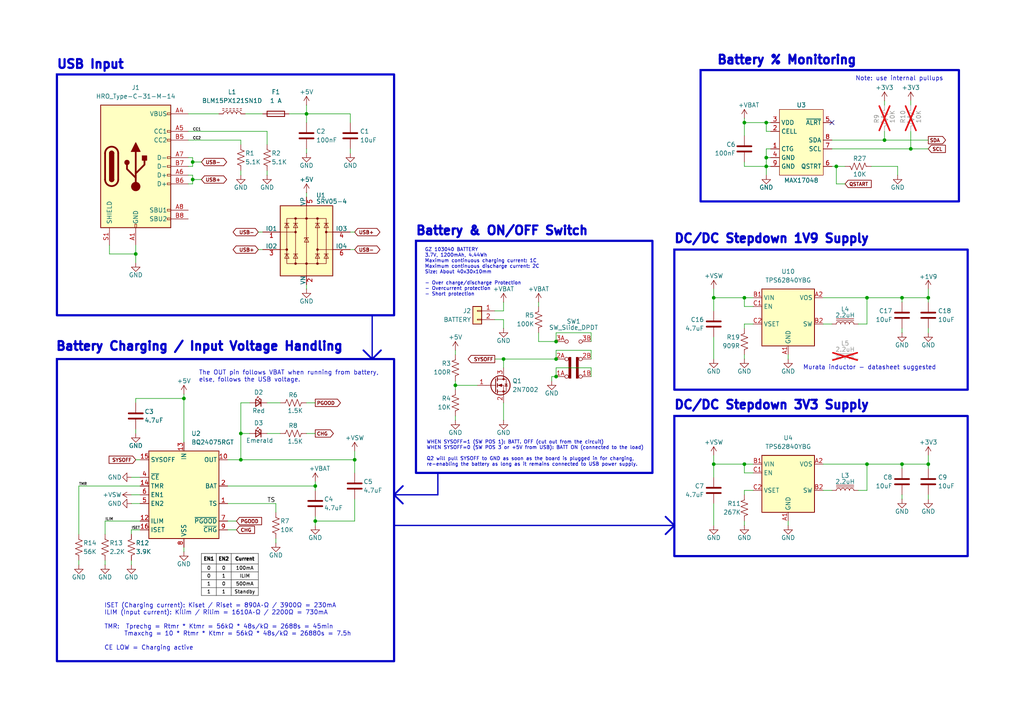
<source format=kicad_sch>
(kicad_sch (version 20250114) (generator "eeschema") (generator_version "9.0")
  (paper "A4")
  (title_block (title "Cenere Mouse") (rev "1") (company "Triungulo Lab"))
  (rectangle (start 195.58 120.65) (end 280.67 161.29) (stroke (width 0.635)))
  (rectangle (start 16.51 21.59) (end 114.3 91.44) (stroke (width 0.635)))
  (rectangle (start 16.51 104.14) (end 114.3 191.77) (stroke (width 0.635)))
  (rectangle (start 203.2 20.32) (end 278.13 58.42) (stroke (width 0.635)))
  (rectangle (start 195.58 72.39) (end 280.67 113.03) (stroke (width 0.635)))
  (rectangle (start 120.65 69.85) (end 189.23 137.16) (stroke (width 0.635)))
  (text "Note: use internal pullups\n" (at 260.858 22.86 0) (effects (font (size 1.27 1.27))))
  (text "The OUT pin follows VBAT when running from battery,\nelse, follows the USB voltage." (at 57.658 109.22 0) (effects (font (size 1.27 1.27)) (justify left)))
  (text "USB Input" (at 16.256 18.796 0) (effects (font (size 2.54 2.54) (thickness 1.016) (bold yes)) (justify left)))
  (text "GZ 103040 BATTERY\n3.7V, 1200mAh, 4.44Wh\nMaximum continuous charging current: 1C\nMaximum continuous discharge current: 2C\nSize: About 40x30x10mm\n\n- Over charge/discharge Protection\n- Overcurrent protection\n- Short protection" (at 123.19 78.994 0) (effects (font (size 1 1)) (justify left)))
  (text "DC/DC Stepdown 1V9 Supply" (at 195.326 69.342 0) (effects (font (size 2.54 2.54) (thickness 1.016) (bold yes)) (justify left)))
  (text "WHEN SYSOFF=1 (SW POS 1): BATT. OFF (cut out from the circuit)\nWHEN SYSOFF=0 (SW POS 3 or +5V from USB): BATT ON (connected to the load)\n\nQ2 will pull SYSOFF to GND as soon as the board is plugged in for charging, \nre-enabling the battery as long as it remains connected to USB power supply." (at 123.698 131.572 0) (effects (font (size 1 1)) (justify left)))
  (text "Battery % Monitoring" (at 207.772 17.526 0) (effects (font (size 2.54 2.54) (thickness 1.016) (bold yes)) (justify left)))
  (text "Murata inductor - datasheet suggested" (at 252.222 106.68 0) (effects (font (size 1.27 1.27))))
  (text "Battery Charging / Input Voltage Handling" (at 16.002 100.584 0) (effects (font (size 2.54 2.54) (thickness 1.016) (bold yes)) (justify left)))
  (text "DC/DC Stepdown 3V3 Supply" (at 195.326 117.602 0) (effects (font (size 2.54 2.54) (thickness 1.016) (bold yes)) (justify left)))
  (text "Battery & ON/OFF Switch" (at 120.396 67.056 0) (effects (font (size 2.54 2.54) (thickness 1.016) (bold yes)) (justify left)))
  (text "ISET (Charging current): Kiset / Riset = 890A·Ω / 3900Ω = 230mA\nILIM (Input current): Kilim / Rilim = 1610A·Ω / 2200Ω = 730mA\n\nTMR:  Tprechg = Rtmr * Ktmr = 56kΩ * 48s/kΩ = 2688s = 45min\n	 Tmaxchg = 10 * Rtmr * Ktmr = 56kΩ * 48s/kΩ = 26880s = 7.5h\n\nCE LOW = Charging active" (at 30.226 181.864 0) (effects (font (size 1.27 1.27)) (justify left)))
  (junction (at 256.54 40.64))
  (junction (at 269.24 86.36))
  (junction (at 39.37 73.66))
  (junction (at 91.44 140.97))
  (junction (at 207.01 86.36))
  (junction (at 69.85 125.73))
  (junction (at 222.25 45.72))
  (junction (at 132.08 111.76))
  (junction (at 222.25 35.56))
  (junction (at 53.34 115.57))
  (junction (at 161.29 109.22))
  (junction (at 264.16 43.18))
  (junction (at 91.44 151.13))
  (junction (at 269.24 134.62))
  (junction (at 161.29 104.14))
  (junction (at 242.57 48.26))
  (junction (at 251.46 134.62))
  (junction (at 251.46 86.36))
  (junction (at 207.01 134.62))
  (junction (at 102.87 133.35))
  (junction (at 146.05 104.14))
  (junction (at 55.88 46.99))
  (junction (at 215.9 86.36))
  (junction (at 261.62 86.36))
  (junction (at 261.62 134.62))
  (junction (at 55.88 52.07))
  (junction (at 69.85 133.35))
  (junction (at 215.9 35.56))
  (junction (at 88.9 33.02))
  (junction (at 161.29 99.06))
  (junction (at 222.25 48.26))
  (junction (at 215.9 134.62))
  (no_connect (at 241.3 35.56))
  (polyline (pts (xy 114.3 143.51) (xy 127 143.51)) (stroke (width 0.381)))
  (wire (pts (xy 102.87 130.81) (xy 102.87 133.35)))
  (wire (pts (xy 161.29 106.68) (xy 171.45 106.68)))
  (wire (pts (xy 22.86 162.56) (xy 22.86 163.83)))
  (wire (pts (xy 143.51 90.17) (xy 146.05 90.17)))
  (wire (pts (xy 215.9 142.24) (xy 218.44 142.24)))
  (polyline (pts (xy 107.95 91.44) (xy 107.95 104.14)) (stroke (width 0.381)))
  (wire (pts (xy 207.01 134.62) (xy 215.9 134.62)))
  (wire (pts (xy 77.47 49.53) (xy 77.47 50.8)))
  (wire (pts (xy 223.52 35.56) (xy 222.25 35.56)))
  (wire (pts (xy 215.9 143.51) (xy 215.9 142.24)))
  (polyline (pts (xy 127 137.16) (xy 127 143.51)) (stroke (width 0.381)))
  (wire (pts (xy 88.9 116.84) (xy 91.44 116.84)))
  (wire (pts (xy 83.82 33.02) (xy 88.9 33.02)))
  (wire (pts (xy 38.1 154.94) (xy 38.1 153.67)))
  (wire (pts (xy 245.11 53.34) (xy 242.57 53.34)))
  (wire (pts (xy 39.37 124.46) (xy 39.37 125.73)))
  (polyline (pts (xy 114.3 143.51) (xy 116.84 140.97)) (stroke (width 0.508)))
  (wire (pts (xy 91.44 140.97) (xy 91.44 142.24)))
  (wire (pts (xy 22.86 154.94) (xy 22.86 140.97)))
  (polyline (pts (xy 193.04 149.86) (xy 195.58 152.4)) (stroke (width 0.508) (type solid)))
  (wire (pts (xy 215.9 48.26) (xy 215.9 46.99)))
  (wire (pts (xy 39.37 73.66) (xy 39.37 76.2)))
  (wire (pts (xy 256.54 38.1) (xy 256.54 40.64)))
  (wire (pts (xy 241.3 48.26) (xy 242.57 48.26)))
  (wire (pts (xy 55.88 46.99) (xy 58.42 46.99)))
  (wire (pts (xy 88.9 82.55) (xy 88.9 83.82)))
  (wire (pts (xy 222.25 43.18) (xy 222.25 45.72)))
  (wire (pts (xy 88.9 55.88) (xy 88.9 57.15)))
  (wire (pts (xy 88.9 33.02) (xy 88.9 35.56)))
  (wire (pts (xy 77.47 38.1) (xy 54.61 38.1)))
  (wire (pts (xy 222.25 45.72) (xy 223.52 45.72)))
  (polyline (pts (xy 114.3 152.4) (xy 195.58 152.4)) (stroke (width 0.381) (type solid)))
  (wire (pts (xy 215.9 35.56) (xy 215.9 39.37)))
  (wire (pts (xy 69.85 116.84) (xy 72.39 116.84)))
  (wire (pts (xy 261.62 134.62) (xy 269.24 134.62)))
  (wire (pts (xy 161.29 99.06) (xy 161.29 96.52)))
  (wire (pts (xy 260.35 50.8) (xy 260.35 48.26)))
  (wire (pts (xy 39.37 71.12) (xy 39.37 73.66)))
  (wire (pts (xy 88.9 43.18) (xy 88.9 44.45)))
  (wire (pts (xy 222.25 45.72) (xy 222.25 48.26)))
  (wire (pts (xy 30.48 151.13) (xy 40.64 151.13)))
  (wire (pts (xy 69.85 40.64) (xy 69.85 41.91)))
  (wire (pts (xy 218.44 137.16) (xy 215.9 137.16)))
  (wire (pts (xy 215.9 86.36) (xy 218.44 86.36)))
  (polyline (pts (xy 105.41 101.6) (xy 107.95 104.14)) (stroke (width 0.508)))
  (wire (pts (xy 55.88 46.99) (xy 55.88 48.26)))
  (wire (pts (xy 238.76 86.36) (xy 251.46 86.36)))
  (wire (pts (xy 102.87 67.31) (xy 101.6 67.31)))
  (wire (pts (xy 261.62 86.36) (xy 269.24 86.36)))
  (wire (pts (xy 207.01 90.17) (xy 207.01 86.36)))
  (wire (pts (xy 54.61 48.26) (xy 55.88 48.26)))
  (wire (pts (xy 88.9 125.73) (xy 91.44 125.73)))
  (wire (pts (xy 91.44 151.13) (xy 91.44 152.4)))
  (wire (pts (xy 156.21 99.06) (xy 161.29 99.06)))
  (wire (pts (xy 55.88 45.72) (xy 55.88 46.99)))
  (wire (pts (xy 88.9 33.02) (xy 101.6 33.02)))
  (wire (pts (xy 215.9 134.62) (xy 215.9 137.16)))
  (wire (pts (xy 146.05 116.84) (xy 146.05 121.92)))
  (polyline (pts (xy 114.3 143.51) (xy 116.84 146.05)) (stroke (width 0.508)))
  (wire (pts (xy 171.45 96.52) (xy 171.45 99.06)))
  (wire (pts (xy 222.25 35.56) (xy 215.9 35.56)))
  (wire (pts (xy 71.12 33.02) (xy 76.2 33.02)))
  (wire (pts (xy 31.75 73.66) (xy 39.37 73.66)))
  (wire (pts (xy 55.88 52.07) (xy 55.88 53.34)))
  (wire (pts (xy 66.04 153.67) (xy 68.58 153.67)))
  (wire (pts (xy 53.34 114.3) (xy 53.34 115.57)))
  (wire (pts (xy 132.08 111.76) (xy 138.43 111.76)))
  (wire (pts (xy 143.51 104.14) (xy 146.05 104.14)))
  (wire (pts (xy 228.6 151.13) (xy 228.6 152.4)))
  (wire (pts (xy 53.34 115.57) (xy 53.34 128.27)))
  (wire (pts (xy 242.57 48.26) (xy 245.11 48.26)))
  (wire (pts (xy 223.52 43.18) (xy 222.25 43.18)))
  (wire (pts (xy 251.46 134.62) (xy 251.46 142.24)))
  (wire (pts (xy 132.08 120.65) (xy 132.08 121.92)))
  (wire (pts (xy 39.37 115.57) (xy 53.34 115.57)))
  (wire (pts (xy 102.87 133.35) (xy 102.87 137.16)))
  (wire (pts (xy 146.05 104.14) (xy 161.29 104.14)))
  (wire (pts (xy 252.73 48.26) (xy 260.35 48.26)))
  (wire (pts (xy 207.01 83.82) (xy 207.01 86.36)))
  (wire (pts (xy 171.45 101.6) (xy 171.45 104.14)))
  (wire (pts (xy 242.57 53.34) (xy 242.57 48.26)))
  (polyline (pts (xy 193.04 154.94) (xy 195.58 152.4)) (stroke (width 0.508) (type solid)))
  (wire (pts (xy 53.34 158.75) (xy 53.34 160.02)))
  (wire (pts (xy 146.05 92.71) (xy 146.05 95.25)))
  (wire (pts (xy 91.44 149.86) (xy 91.44 151.13)))
  (wire (pts (xy 38.1 153.67) (xy 40.64 153.67)))
  (wire (pts (xy 74.93 72.39) (xy 76.2 72.39)))
  (wire (pts (xy 80.01 146.05) (xy 66.04 146.05)))
  (wire (pts (xy 261.62 143.51) (xy 261.62 144.78)))
  (wire (pts (xy 264.16 29.21) (xy 264.16 30.48)))
  (wire (pts (xy 248.92 142.24) (xy 251.46 142.24)))
  (wire (pts (xy 261.62 95.25) (xy 261.62 96.52)))
  (wire (pts (xy 91.44 139.7) (xy 91.44 140.97)))
  (wire (pts (xy 66.04 133.35) (xy 69.85 133.35)))
  (wire (pts (xy 160.02 110.49) (xy 160.02 109.22)))
  (wire (pts (xy 101.6 35.56) (xy 101.6 33.02)))
  (wire (pts (xy 31.75 71.12) (xy 31.75 73.66)))
  (wire (pts (xy 102.87 144.78) (xy 102.87 151.13)))
  (wire (pts (xy 30.48 162.56) (xy 30.48 163.83)))
  (wire (pts (xy 222.25 35.56) (xy 222.25 38.1)))
  (polyline (pts (xy 107.95 104.14) (xy 110.49 101.6)) (stroke (width 0.508)))
  (wire (pts (xy 66.04 151.13) (xy 68.58 151.13)))
  (wire (pts (xy 69.85 125.73) (xy 69.85 133.35)))
  (wire (pts (xy 54.61 40.64) (xy 69.85 40.64)))
  (wire (pts (xy 161.29 104.14) (xy 161.29 101.6)))
  (wire (pts (xy 132.08 110.49) (xy 132.08 111.76)))
  (wire (pts (xy 55.88 52.07) (xy 58.42 52.07)))
  (wire (pts (xy 39.37 133.35) (xy 40.64 133.35)))
  (wire (pts (xy 215.9 48.26) (xy 222.25 48.26)))
  (wire (pts (xy 256.54 29.21) (xy 256.54 30.48)))
  (wire (pts (xy 241.3 43.18) (xy 264.16 43.18)))
  (wire (pts (xy 91.44 151.13) (xy 102.87 151.13)))
  (wire (pts (xy 238.76 142.24) (xy 241.3 142.24)))
  (wire (pts (xy 215.9 95.25) (xy 215.9 93.98)))
  (wire (pts (xy 69.85 125.73) (xy 72.39 125.73)))
  (wire (pts (xy 215.9 102.87) (xy 215.9 104.14)))
  (wire (pts (xy 88.9 33.02) (xy 88.9 30.48)))
  (wire (pts (xy 80.01 156.21) (xy 80.01 157.48)))
  (wire (pts (xy 215.9 134.62) (xy 218.44 134.62)))
  (wire (pts (xy 22.86 140.97) (xy 40.64 140.97)))
  (wire (pts (xy 38.1 143.51) (xy 40.64 143.51)))
  (wire (pts (xy 269.24 87.63) (xy 269.24 86.36)))
  (wire (pts (xy 264.16 43.18) (xy 269.24 43.18)))
  (wire (pts (xy 223.52 38.1) (xy 222.25 38.1)))
  (wire (pts (xy 161.29 109.22) (xy 161.29 106.68)))
  (wire (pts (xy 207.01 146.05) (xy 207.01 152.4)))
  (wire (pts (xy 215.9 34.29) (xy 215.9 35.56)))
  (wire (pts (xy 77.47 41.91) (xy 77.47 38.1)))
  (wire (pts (xy 156.21 96.52) (xy 156.21 99.06)))
  (wire (pts (xy 248.92 93.98) (xy 251.46 93.98)))
  (wire (pts (xy 207.01 97.79) (xy 207.01 104.14)))
  (wire (pts (xy 269.24 135.89) (xy 269.24 134.62)))
  (wire (pts (xy 269.24 95.25) (xy 269.24 96.52)))
  (wire (pts (xy 238.76 93.98) (xy 241.3 93.98)))
  (wire (pts (xy 207.01 132.08) (xy 207.01 134.62)))
  (wire (pts (xy 143.51 92.71) (xy 146.05 92.71)))
  (wire (pts (xy 38.1 162.56) (xy 38.1 163.83)))
  (wire (pts (xy 269.24 143.51) (xy 269.24 144.78)))
  (wire (pts (xy 228.6 102.87) (xy 228.6 104.14)))
  (wire (pts (xy 74.93 67.31) (xy 76.2 67.31)))
  (wire (pts (xy 80.01 148.59) (xy 80.01 146.05)))
  (wire (pts (xy 69.85 116.84) (xy 69.85 125.73)))
  (wire (pts (xy 218.44 88.9) (xy 215.9 88.9)))
  (wire (pts (xy 55.88 50.8) (xy 55.88 52.07)))
  (wire (pts (xy 54.61 45.72) (xy 55.88 45.72)))
  (wire (pts (xy 251.46 134.62) (xy 261.62 134.62)))
  (wire (pts (xy 156.21 87.63) (xy 156.21 88.9)))
  (wire (pts (xy 132.08 111.76) (xy 132.08 113.03)))
  (wire (pts (xy 38.1 146.05) (xy 40.64 146.05)))
  (wire (pts (xy 269.24 83.82) (xy 269.24 86.36)))
  (wire (pts (xy 269.24 132.08) (xy 269.24 134.62)))
  (wire (pts (xy 251.46 86.36) (xy 251.46 93.98)))
  (wire (pts (xy 223.52 48.26) (xy 222.25 48.26)))
  (wire (pts (xy 215.9 93.98) (xy 218.44 93.98)))
  (wire (pts (xy 207.01 138.43) (xy 207.01 134.62)))
  (wire (pts (xy 238.76 134.62) (xy 251.46 134.62)))
  (wire (pts (xy 69.85 133.35) (xy 102.87 133.35)))
  (wire (pts (xy 261.62 86.36) (xy 261.62 87.63)))
  (wire (pts (xy 161.29 96.52) (xy 171.45 96.52)))
  (wire (pts (xy 38.1 138.43) (xy 40.64 138.43)))
  (wire (pts (xy 146.05 106.68) (xy 146.05 104.14)))
  (wire (pts (xy 207.01 86.36) (xy 215.9 86.36)))
  (wire (pts (xy 54.61 53.34) (xy 55.88 53.34)))
  (wire (pts (xy 77.47 125.73) (xy 81.28 125.73)))
  (wire (pts (xy 264.16 38.1) (xy 264.16 43.18)))
  (wire (pts (xy 30.48 154.94) (xy 30.48 151.13)))
  (wire (pts (xy 261.62 134.62) (xy 261.62 135.89)))
  (wire (pts (xy 54.61 33.02) (xy 63.5 33.02)))
  (wire (pts (xy 39.37 115.57) (xy 39.37 116.84)))
  (wire (pts (xy 132.08 101.6) (xy 132.08 102.87)))
  (wire (pts (xy 160.02 109.22) (xy 161.29 109.22)))
  (wire (pts (xy 256.54 40.64) (xy 269.24 40.64)))
  (wire (pts (xy 251.46 86.36) (xy 261.62 86.36)))
  (wire (pts (xy 161.29 101.6) (xy 171.45 101.6)))
  (wire (pts (xy 102.87 72.39) (xy 101.6 72.39)))
  (wire (pts (xy 241.3 40.64) (xy 256.54 40.64)))
  (wire (pts (xy 66.04 140.97) (xy 91.44 140.97)))
  (wire (pts (xy 146.05 87.63) (xy 146.05 90.17)))
  (wire (pts (xy 77.47 116.84) (xy 81.28 116.84)))
  (wire (pts (xy 222.25 48.26) (xy 222.25 50.8)))
  (wire (pts (xy 215.9 86.36) (xy 215.9 88.9)))
  (wire (pts (xy 69.85 49.53) (xy 69.85 50.8)))
  (wire (pts (xy 101.6 43.18) (xy 101.6 44.45)))
  (wire (pts (xy 215.9 151.13) (xy 215.9 152.4)))
  (wire (pts (xy 54.61 50.8) (xy 55.88 50.8)))
  (wire (pts (xy 171.45 106.68) (xy 171.45 109.22)))
  (table (column_count 3) (border (external yes) (header yes) (stroke (width 0.3) (color 72 72 72 1))) (separators (rows yes) (cols yes) (stroke (width 0) (color 72 72 72 1))) (column_widths 4.318 4.318 7.874) (row_heights 3.048 2.286 2.286 2.286 2.286) (cells (table_cell "EN1" (at 58.42 160.528 0) (size 4.318 3.048) (margins 0.9525 0.9525 0.9525 0.9525) (span 1 1)) (table_cell "EN2" (at 62.738 160.528 0) (size 4.318 3.048) (margins 0.9525 0.9525 0.9525 0.9525) (span 1 1)) (table_cell "Current" (at 67.056 160.528 0) (size 7.874 3.048) (margins 0.9525 0.9525 0.9525 0.9525) (span 1 1)) (table_cell "0" (at 58.42 163.576 0) (size 4.318 2.286) (margins 0.9525 0.9525 0.9525 0.9525) (span 1 1)) (table_cell "0" (at 62.738 163.576 0) (size 4.318 2.286) (margins 0.9525 0.9525 0.9525 0.9525) (span 1 1)) (table_cell "100mA" (at 67.056 163.576 0) (size 7.874 2.286) (margins 0.9525 0.9525 0.9525 0.9525) (span 1 1)) (table_cell "0" (at 58.42 165.862 0) (size 4.318 2.286) (margins 0.9525 0.9525 0.9525 0.9525) (span 1 1)) (table_cell "1" (at 62.738 165.862 0) (size 4.318 2.286) (margins 0.9525 0.9525 0.9525 0.9525) (span 1 1)) (table_cell "ILIM" (at 67.056 165.862 0) (size 7.874 2.286) (margins 0.9525 0.9525 0.9525 0.9525) (span 1 1)) (table_cell "1" (at 58.42 168.148 0) (size 4.318 2.286) (margins 0.9525 0.9525 0.9525 0.9525) (span 1 1)) (table_cell "0" (at 62.738 168.148 0) (size 4.318 2.286) (margins 0.9525 0.9525 0.9525 0.9525) (span 1 1)) (table_cell "500mA" (at 67.056 168.148 0) (size 7.874 2.286) (margins 0.9525 0.9525 0.9525 0.9525) (span 1 1)) (table_cell "1" (at 58.42 170.434 0) (size 4.318 2.286) (margins 0.9525 0.9525 0.9525 0.9525) (span 1 1)) (table_cell "1" (at 62.738 170.434 0) (size 4.318 2.286) (margins 0.9525 0.9525 0.9525 0.9525) (span 1 1)) (table_cell "Standby" (at 67.056 170.434 0) (size 7.874 2.286) (margins 0.9525 0.9525 0.9525 0.9525) (span 1 1))))
  (label "ILIM" (at 30.48 151.13 0) (effects (font (size 0.762 0.762))))
  (label "CC1" (at 55.88 38.1 0) (effects (font (size 0.762 0.762))))
  (label "CC2" (at 55.88 40.64 0) (effects (font (size 0.762 0.762))))
  (label "ISET" (at 38.1 153.67 0) (effects (font (size 0.762 0.762))))
  (label "TMR" (at 22.86 140.97 0) (effects (font (size 0.762 0.762))))
  (label "TS" (at 77.47 146.05 0))
  (global_label "USB-" (shape bidirectional) (at 58.42 46.99 0) (effects (font (size 1 1) (thickness 0.2) (bold yes))) (property "Intersheetrefs" "${INTERSHEET_REFS}" (effects (hide yes))))
  (global_label "CHG" (shape output) (at 91.44 125.73 0) (effects (font (size 1 1) (thickness 0.2) (bold yes))) (property "Intersheetrefs" "${INTERSHEET_REFS}" (effects (hide yes))))
  (global_label "SDA" (shape output) (at 269.24 40.64 0) (effects (font (size 1 1) (thickness 0.2) (bold yes))) (property "Intersheetrefs" "${INTERSHEET_REFS}" (effects (hide yes))))
  (global_label "USB+" (shape bidirectional) (at 74.93 72.39 180) (effects (font (size 1 1) (thickness 0.2) (bold yes))) (property "Intersheetrefs" "${INTERSHEET_REFS}" (effects (hide yes))))
  (global_label "CHG" (shape input) (at 68.58 153.67 0) (effects (font (size 1 1) (thickness 0.2) (bold yes))) (property "Intersheetrefs" "${INTERSHEET_REFS}" (effects (hide yes))))
  (global_label "PGOOD" (shape input) (at 68.58 151.13 0) (effects (font (size 1 1) (thickness 0.2) (bold yes))) (property "Intersheetrefs" "${INTERSHEET_REFS}" (effects (hide yes))))
  (global_label "QSTART" (shape input) (at 245.11 53.34 0) (effects (font (size 1 1) (thickness 0.2) (bold yes))) (property "Intersheetrefs" "${INTERSHEET_REFS}" (effects (hide yes))))
  (global_label "USB+" (shape bidirectional) (at 58.42 52.07 0) (effects (font (size 1 1) (thickness 0.2) (bold yes))) (property "Intersheetrefs" "${INTERSHEET_REFS}" (effects (hide yes))))
  (global_label "USB-" (shape bidirectional) (at 102.87 72.39 0) (effects (font (size 1 1) (thickness 0.2) (bold yes))) (property "Intersheetrefs" "${INTERSHEET_REFS}" (effects (hide yes))))
  (global_label "USB+" (shape bidirectional) (at 102.87 67.31 0) (effects (font (size 1 1) (thickness 0.2) (bold yes))) (property "Intersheetrefs" "${INTERSHEET_REFS}" (effects (hide yes))))
  (global_label "SYSOFF" (shape input) (at 39.37 133.35 180) (effects (font (size 1 1) (thickness 0.2) (bold yes))) (property "Intersheetrefs" "${INTERSHEET_REFS}" (effects (hide yes))))
  (global_label "USB-" (shape bidirectional) (at 74.93 67.31 180) (effects (font (size 1 1) (thickness 0.2) (bold yes))) (property "Intersheetrefs" "${INTERSHEET_REFS}" (effects (hide yes))))
  (global_label "SYSOFF" (shape output) (at 143.51 104.14 180) (effects (font (size 1 1) (thickness 0.2) (bold yes))) (property "Intersheetrefs" "${INTERSHEET_REFS}" (effects (hide yes))))
  (global_label "SCL" (shape input) (at 269.24 43.18 0) (effects (font (size 1 1) (thickness 0.2) (bold yes))) (property "Intersheetrefs" "${INTERSHEET_REFS}" (effects (hide yes))))
  (global_label "PGOOD" (shape output) (at 91.44 116.84 0) (effects (font (size 1 1) (thickness 0.2) (bold yes))) (property "Intersheetrefs" "${INTERSHEET_REFS}" (effects (hide yes))))
  (symbol (lib_id "Connector:USB_C_Receptacle_USB2.0_16P") (at 39.37 48.26 0) (unit 1)
    (property "Reference" "J1" (at 39.37 25.4 0))
    (property "Value" "HRO_Type-C-31-M-14" (at 39.37 27.94 0))
    (property "Footprint" "PCM_marbastlib-various:USB_C_Receptacle_HRO_TYPE-C-31-M-14" (effects (hide yes)))
    (property "Datasheet" "https://www.usb.org/sites/default/files/documents/usb_type-c.zip" (effects (hide yes)))
    (property "Description" "USB 2.0-only 16P Type-C Receptacle connector" (effects (hide yes)))
    (property "JLC PN" "C223907" (effects (hide yes)))
    (property "Manufacturer" "Korean Hroparts Elec" (effects (hide yes)))
    (property "Part Number" "TYPE-C-31-M-14" (effects (hide yes)))
  )
  (symbol (lib_id "power:GND") (at 228.6 104.14 0) (unit 1)
    (property "Reference" "#PWR050" (effects (hide yes)))
    (property "Value" "GND" (at 228.6 107.696 0))
    (property "Description" "Power symbol creates a global label with name \"GND\" , ground" (effects (hide yes)))
  )
  (symbol (lib_id "power:GND") (at 38.1 146.05 270) (unit 1)
    (property "Reference" "#PWR036" (effects (hide yes)))
    (property "Value" "GND" (at 33.274 146.05 90))
    (property "Description" "Power symbol creates a global label with name \"GND\" , ground" (effects (hide yes)))
  )
  (symbol (lib_id "power:+BATT") (at 215.9 34.29 0) (unit 1)
    (property "Reference" "#PWR024" (effects (hide yes)))
    (property "Value" "+VBAT" (at 217.17 30.48 0))
    (property "Description" "Power symbol creates a global label with name \"+BATT\"" (effects (hide yes)))
  )
  (symbol (lib_id "power:+5V") (at 53.34 114.3 0) (unit 1)
    (property "Reference" "#PWR015" (effects (hide yes)))
    (property "Value" "+5V" (at 53.34 110.49 0))
    (property "Description" "Power symbol creates a global label with name \"+5V\"" (effects (hide yes)))
  )
  (symbol (lib_id "Device:R_US") (at 30.48 158.75 0) (unit 1)
    (property "Reference" "R13" (at 31.75 157.48 0) (effects (justify left)))
    (property "Value" "2.2K" (at 31.75 160.02 0) (effects (justify left)))
    (property "Footprint" "Resistor_SMD:R_0402_1005Metric" (effects (hide yes)))
    (property "Description" "Resistor, US symbol" (effects (hide yes)))
  )
  (symbol (lib_id "Device:C") (at 215.9 43.18 0) (mirror y) (unit 1)
    (property "Reference" "C6" (at 213.36 41.91 0) (effects (justify left)))
    (property "Value" "100nF" (at 213.36 44.45 0) (effects (justify left)))
    (property "Footprint" "Capacitor_SMD:C_0402_1005Metric" (effects (hide yes)))
    (property "Description" "Unpolarized capacitor" (effects (hide yes)))
  )
  (symbol (lib_id "power:+BATT") (at 91.44 139.7 0) (unit 1)
    (property "Reference" "#PWR019" (effects (hide yes)))
    (property "Value" "+VBAT" (at 92.71 135.89 0))
    (property "Description" "Power symbol creates a global label with name \"+BATT\"" (effects (hide yes)))
  )
  (symbol (lib_id "Device:L_Iron") (at 245.11 142.24 90) (unit 1)
    (property "Reference" "L3" (at 245.11 137.922 90))
    (property "Value" "2.2uH" (at 245.11 139.7 90))
    (property "Footprint" "Inductor_SMD:L_1008_2520Metric" (effects (hide yes)))
    (property "Description" "2.2uH  3.8A_SatCurrent  3A_Current 55mΩ ±20% 1008 Power Inductors" (effects (hide yes)))
    (property "JLC PN" "C5832372" (effects (hide yes)))
    (property "Manufacturer" "cjiang (Changjiang Microelectronics Tech)" (effects (hide yes)))
    (property "Part Number" "FTC252012S2R2MBCA" (effects (hide yes)))
  )
  (symbol (lib_id "Device:L_Iron") (at 245.11 104.14 90) (unit 1) (in_bom no) (on_board no) (dnp yes)
    (property "Reference" "L5" (at 245.11 99.568 90))
    (property "Value" "2.2uH" (at 245.11 101.346 90))
    (property "Footprint" "Inductor_SMD:L_Murata_DFE201610P" (effects (hide yes)))
    (property "Description" "Inductor with iron core" (effects (hide yes)))
    (property "Manufacturer" "Murata" (effects (hide yes)))
    (property "Part Number" "DFE201612E-2R2M=P2" (effects (hide yes)))
    (property "JLC PN" "C337893" (effects (hide yes)))
  )
  (symbol (lib_id "Device:C") (at 91.44 146.05 0) (unit 1)
    (property "Reference" "C4" (at 93.98 144.78 0) (effects (justify left)))
    (property "Value" "4.7uF" (at 93.98 147.32 0) (effects (justify left)))
    (property "Footprint" "Capacitor_SMD:C_0805_2012Metric" (effects (hide yes)))
    (property "Description" "4.7uF 35V X7R 0805 10% Capacitor" (effects (hide yes)))
    (property "JLC PN" "C6119943" (effects (hide yes)))
    (property "Manufacturer" "HRE" (effects (hide yes)))
    (property "Part Number" "CGA0805X7R475K350MT" (effects (hide yes)))
  )
  (symbol (lib_id "power:GND") (at 77.47 50.8 0) (unit 1)
    (property "Reference" "#PWR05" (effects (hide yes)))
    (property "Value" "GND" (at 77.47 54.356 0))
    (property "Description" "Power symbol creates a global label with name \"GND\" , ground" (effects (hide yes)))
  )
  (symbol (lib_id "Device:Fuse") (at 80.01 33.02 90) (unit 1)
    (property "Reference" "F1" (at 80.01 26.67 90))
    (property "Value" "1 A" (at 80.01 29.21 90))
    (property "Footprint" "Fuse:Fuse_0603_1608Metric" (effects (hide yes)))
    (property "Description" "Fuse" (effects (hide yes)))
    (property "JLC PN" "C151139" (effects (hide yes)))
    (property "Manufacturer" "Littelfuse" (effects (hide yes)))
    (property "Part Number" "0467001.NRHF" (effects (hide yes)))
  )
  (symbol (lib_id "Device:LED_Small") (at 74.93 125.73 0) (mirror y) (unit 1)
    (property "Reference" "D3" (at 73.66 122.682 0) (effects (justify right)))
    (property "Value" "Emerald" (at 71.374 127.762 0) (effects (justify right)))
    (property "Footprint" "LED_SMD:LED_0603_1608Metric" (effects (hide yes)))
    (property "Description" "Emerald Green 0603 LED 2.1V 20mA" (effects (hide yes)))
    (property "Sim.Pin" "1=K 2=A" (effects (hide yes)))
    (property "JLC PN" "C5121471" (effects (hide yes)))
    (property "Manufacturer" "Kingbright" (effects (hide yes)))
    (property "Part Number" "APTD1608CGCK" (effects (hide yes)))
  )
  (symbol (lib_id "Device:C") (at 39.37 120.65 0) (unit 1)
    (property "Reference" "C3" (at 41.91 119.38 0) (effects (justify left)))
    (property "Value" "4.7uF" (at 41.91 121.92 0) (effects (justify left)))
    (property "Footprint" "Capacitor_SMD:C_1206_3216Metric" (effects (hide yes)))
    (property "Description" "4.7uF 50V X7R ±10% 1206 MLCC" (effects (hide yes)))
    (property "JLC PN" "C29823" (effects (hide yes)))
    (property "Manufacturer" "FH (Guangdong Fenghua Advanced Tech)" (effects (hide yes)))
    (property "Part Number" "1206B475K500NT" (effects (hide yes)))
  )
  (symbol (lib_id "Device:R_US") (at 215.9 147.32 0) (mirror y) (unit 1)
    (property "Reference" "R11" (at 214.884 146.05 0) (effects (justify left)))
    (property "Value" "267K" (at 214.884 148.59 0) (effects (justify left)))
    (property "Footprint" "Resistor_SMD:R_0402_1005Metric" (effects (hide yes)))
    (property "Description" "-55℃~+155℃ 267kΩ 50V 62.5mW Thick Film Resistor ±1% ±100ppm/℃ 0402 Chip Resistor - Surface Mount" (effects (hide yes)))
    (property "JLC PN" "C2998050" (effects (hide yes)))
    (property "Manufacturer" "FOJAN" (effects (hide yes)))
    (property "Part Number" "FRC0402F2673TS" (effects (hide yes)))
  )
  (symbol (lib_id "power:+1V8") (at 269.24 83.82 0) (unit 1)
    (property "Reference" "#PWR052" (effects (hide yes)))
    (property "Value" "+1V9" (at 269.24 80.264 0))
    (property "Description" "Power symbol creates a global label with name \"+1V8\"" (effects (hide yes)))
  )
  (symbol (lib_id "Device:C") (at 88.9 39.37 0) (unit 1)
    (property "Reference" "C2" (at 91.694 38.1 0) (effects (justify left)))
    (property "Value" "100nF" (at 91.694 40.64 0) (effects (justify left)))
    (property "Footprint" "Capacitor_SMD:C_0805_2012Metric" (effects (hide yes)))
    (property "Description" "100nF 50V X7R 0805 10% Capacitor" (effects (hide yes)))
    (property "JLC PN" "C49678" (effects (hide yes)))
    (property "Manufacturer" "YAGEO" (effects (hide yes)))
    (property "Part Number" "CC0805KRX7R9BB104" (effects (hide yes)))
  )
  (symbol (lib_id "Device:R_US") (at 132.08 106.68 0) (mirror y) (unit 1)
    (property "Reference" "R3" (at 130.81 105.41 0) (effects (justify left)))
    (property "Value" "100R" (at 130.81 107.95 0) (effects (justify left)))
    (property "Footprint" "Resistor_SMD:R_0603_1608Metric" (effects (hide yes)))
    (property "Description" "Resistor, US symbol" (effects (hide yes)))
  )
  (symbol (lib_id "Device:R_US") (at 248.92 48.26 90) (mirror x) (unit 1)
    (property "Reference" "R27" (at 247.396 45.974 90) (effects (justify right)))
    (property "Value" "10K" (at 247.396 50.546 90) (effects (justify right)))
    (property "Footprint" "Resistor_SMD:R_0603_1608Metric" (effects (hide yes)))
    (property "Description" "Resistor, US symbol" (effects (hide yes)))
  )
  (symbol (lib_id "Power_Protection:SRV05-4") (at 88.9 69.85 0) (unit 1)
    (property "Reference" "U1" (at 91.694 56.642 0) (effects (justify left)))
    (property "Value" "SRV05-4" (at 91.694 58.42 0) (effects (justify left)))
    (property "Footprint" "Package_TO_SOT_SMD:SOT-23-6" (effects (hide yes)))
    (property "Datasheet" "http://www.onsemi.com/pub/Collateral/SRV05-4-D.PDF" (effects (hide yes)))
    (property "Description" "ESD Protection Diodes with Low Clamping Voltage, SOT-23-6" (effects (hide yes)))
    (property "JLC PN" "C2836319" (effects (hide yes)))
    (property "Manufacturer" "MSKSEMI" (effects (hide yes)))
    (property "Part Number" "SRV05-4" (effects (hide yes)))
  )
  (symbol (lib_id "power:GND") (at 146.05 121.92 0) (unit 1)
    (property "Reference" "#PWR010" (effects (hide yes)))
    (property "Value" "GND" (at 146.05 125.476 0))
    (property "Description" "Power symbol creates a global label with name \"GND\" , ground" (effects (hide yes)))
  )
  (symbol (lib_id "power:GND") (at 30.48 163.83 0) (unit 1)
    (property "Reference" "#PWR037" (effects (hide yes)))
    (property "Value" "GND" (at 30.48 167.386 0))
    (property "Description" "Power symbol creates a global label with name \"GND\" , ground" (effects (hide yes)))
  )
  (symbol (lib_id "Device:C") (at 102.87 140.97 0) (unit 1)
    (property "Reference" "C5" (at 105.41 139.7 0) (effects (justify left)))
    (property "Value" "4.7uF" (at 105.41 142.24 0) (effects (justify left)))
    (property "Footprint" "Capacitor_SMD:C_0805_2012Metric" (effects (hide yes)))
    (property "Description" "4.7uF 35V X7R 0805 10% Capacitor" (effects (hide yes)))
    (property "JLC PN" "C6119943" (effects (hide yes)))
    (property "Manufacturer" "HRE" (effects (hide yes)))
    (property "Part Number" "CGA0805X7R475K350MT" (effects (hide yes)))
  )
  (symbol (lib_id "power:+VSW") (at 102.87 130.81 0) (unit 1)
    (property "Reference" "#PWR020" (effects (hide yes)))
    (property "Value" "+VSW" (at 102.87 127 0))
    (property "Description" "Power symbol creates a global label with name \"+VSW\"" (effects (hide yes)))
  )
  (symbol (lib_id "Device:R_US") (at 264.16 34.29 0) (mirror x) (unit 1) (dnp yes)
    (property "Reference" "R10" (at 261.874 35.814 90) (effects (justify right)))
    (property "Value" "10K" (at 266.446 35.814 90) (effects (justify right)))
    (property "Footprint" "Resistor_SMD:R_0603_1608Metric" (effects (hide yes)))
    (property "Description" "Resistor, US symbol" (effects (hide yes)))
  )
  (symbol (lib_id "power:+3V3") (at 256.54 29.21 0) (unit 1)
    (property "Reference" "#PWR0104" (effects (hide yes)))
    (property "Value" "+3V3" (at 256.54 25.4 0))
    (property "Description" "Power symbol creates a global label with name \"+3V3\"" (effects (hide yes)))
  )
  (symbol (lib_id "power:+VSW") (at 207.01 83.82 0) (unit 1)
    (property "Reference" "#PWR047" (effects (hide yes)))
    (property "Value" "+VSW" (at 207.01 80.01 0))
    (property "Description" "Power symbol creates a global label with name \"+VSW\"" (effects (hide yes)))
  )
  (symbol (lib_id "power:+5V") (at 88.9 30.48 0) (unit 1)
    (property "Reference" "#PWR06" (effects (hide yes)))
    (property "Value" "+5V" (at 88.9 26.67 0))
    (property "Description" "Power symbol creates a global label with name \"+5V\"" (effects (hide yes)))
  )
  (symbol (lib_id "power:GND") (at 228.6 152.4 0) (unit 1)
    (property "Reference" "#PWR026" (effects (hide yes)))
    (property "Value" "GND" (at 228.6 155.956 0))
    (property "Description" "Power symbol creates a global label with name \"GND\" , ground" (effects (hide yes)))
  )
  (symbol (lib_id "Cenere_Mouse:TPS62840YBG") (at 228.6 142.24 0) (unit 1)
    (property "Reference" "U4" (at 228.6 127 0))
    (property "Value" "TPS62840YBG" (at 228.6 129.54 0))
    (property "Footprint" "Cenere_Mouse:Texas_DSBGA-6_0.76x1.16mm_Layout2x3_P0.4mm" (effects (hide yes)))
    (property "Datasheet" "https://www.ti.com/lit/ds/symlink/tps62840.pdf" (effects (hide yes)))
    (property "Description" "60-nA quiescent current (IQ), 1.8-V to 6.5-VIN, high-efficiency 750-mA step-down converter" (effects (hide yes)))
  )
  (symbol (lib_id "power:GND") (at 39.37 125.73 0) (unit 1)
    (property "Reference" "#PWR016" (effects (hide yes)))
    (property "Value" "GND" (at 39.37 129.286 0))
    (property "Description" "Power symbol creates a global label with name \"GND\" , ground" (effects (hide yes)))
  )
  (symbol (lib_id "power:GND") (at 39.37 76.2 0) (unit 1)
    (property "Reference" "#PWR02" (effects (hide yes)))
    (property "Value" "GND" (at 39.37 79.756 0))
    (property "Description" "Power symbol creates a global label with name \"GND\" , ground" (effects (hide yes)))
  )
  (symbol (lib_id "Device:L_Ferrite") (at 67.31 33.02 90) (unit 1)
    (property "Reference" "L1" (at 67.31 26.67 90))
    (property "Value" "BLM15PX121SN1D" (at 67.31 29.21 90))
    (property "Footprint" "Inductor_SMD:L_0402_1005Metric" (effects (hide yes)))
    (property "Description" "Inductor with ferrite core" (effects (hide yes)))
    (property "JLC PN" "C88970" (effects (hide yes)))
    (property "Manufacturer" "Murata" (effects (hide yes)))
    (property "Part Number" "BLM15PX121SN1D" (effects (hide yes)))
  )
  (symbol (lib_id "Battery_Management:BQ24075RGT") (at 53.34 143.51 0) (unit 1)
    (property "Reference" "U2" (at 55.4833 125.73 0) (effects (justify left)))
    (property "Value" "BQ24075RGT" (at 55.4833 128.27 0) (effects (justify left)))
    (property "Footprint" "Package_DFN_QFN:VQFN-16-1EP_3x3mm_P0.5mm_EP1.6x1.6mm_ThermalVias" (effects (hide yes)))
    (property "Datasheet" "http://www.ti.com/lit/ds/symlink/bq24075.pdf" (effects (hide yes)))
    (property "Description" "USB-Friendly Li-Ion Battery Charger and Power-Path Management, VQFN-16" (effects (hide yes)))
  )
  (symbol (lib_id "power:GND") (at 69.85 50.8 0) (unit 1)
    (property "Reference" "#PWR04" (effects (hide yes)))
    (property "Value" "GND" (at 69.85 54.356 0))
    (property "Description" "Power symbol creates a global label with name \"GND\" , ground" (effects (hide yes)))
  )
  (symbol (lib_id "Transistor_FET:2N7002") (at 143.51 111.76 0) (unit 1)
    (property "Reference" "Q1" (at 148.59 110.49 0) (effects (justify left)))
    (property "Value" "2N7002" (at 148.59 113.03 0) (effects (justify left)))
    (property "Footprint" "Package_TO_SOT_SMD:SOT-23" (effects (hide yes)))
    (property "Datasheet" "https://www.onsemi.com/pub/Collateral/NDS7002A-D.PDF" (effects (hide yes)))
    (property "Description" "0.115A Id, 60V Vds, N-Channel MOSFET, SOT-23" (effects (hide yes)))
    (property "JLC PN" "C8545" (effects (hide yes)))
    (property "Manufacturer" "Jiangsu Changjing Electronics Technology Co., Ltd." (effects (hide yes)))
    (property "Part Number" "2N7002" (effects (hide yes)))
  )
  (symbol (lib_id "power:GND") (at 261.62 96.52 0) (unit 1)
    (property "Reference" "#PWR051" (effects (hide yes)))
    (property "Value" "GND" (at 261.62 100.076 0))
    (property "Description" "Power symbol creates a global label with name \"GND\" , ground" (effects (hide yes)))
  )
  (symbol (lib_id "Device:C") (at 101.6 39.37 0) (unit 1)
    (property "Reference" "C1" (at 104.394 38.1 0) (effects (justify left)))
    (property "Value" "10uF" (at 104.394 40.64 0) (effects (justify left)))
    (property "Footprint" "Capacitor_SMD:C_0805_2012Metric" (effects (hide yes)))
    (property "Description" "10uF X7R 0805 10% Capacitor" (effects (hide yes)))
    (property "JLC PN" "C95841" (effects (hide yes)))
    (property "Manufacturer" "Samsung" (effects (hide yes)))
    (property "Part Number" "CL21B106KOQNNNE" (effects (hide yes)))
  )
  (symbol (lib_id "power:GND") (at 22.86 163.83 0) (unit 1)
    (property "Reference" "#PWR038" (effects (hide yes)))
    (property "Value" "GND" (at 22.86 167.386 0))
    (property "Description" "Power symbol creates a global label with name \"GND\" , ground" (effects (hide yes)))
  )
  (symbol (lib_id "Cenere_Mouse:MAX17048") (at 232.41 40.64 0) (unit 1)
    (property "Reference" "U3" (at 232.41 30.48 0))
    (property "Value" "MAX17048" (at 232.41 52.324 0))
    (property "Footprint" "Cenere_Mouse:TDFN-8-EP_2x2mm_EP_0.8x1.38mm" (effects (hide yes)))
    (property "Description" "2.5V~4.5V Battery Monitoring IC Lithium-ion/Polymer" (effects (hide yes)))
    (property "Manufacturer" "Maxim Integrated" (effects (hide yes)))
  )
  (symbol (lib_id "Device:R_US") (at 156.21 92.71 0) (mirror y) (unit 1)
    (property "Reference" "R5" (at 154.94 91.44 0) (effects (justify left)))
    (property "Value" "100K" (at 154.94 93.98 0) (effects (justify left)))
    (property "Footprint" "Resistor_SMD:R_0603_1608Metric" (effects (hide yes)))
    (property "Description" "Resistor, US symbol" (effects (hide yes)))
  )
  (symbol (lib_id "Device:R_US") (at 132.08 116.84 0) (mirror y) (unit 1)
    (property "Reference" "R4" (at 130.81 115.57 0) (effects (justify left)))
    (property "Value" "10K" (at 130.81 118.11 0) (effects (justify left)))
    (property "Footprint" "Resistor_SMD:R_0603_1608Metric" (effects (hide yes)))
    (property "Description" "Resistor, US symbol" (effects (hide yes)))
  )
  (symbol (lib_id "power:GND") (at 207.01 152.4 0) (unit 1)
    (property "Reference" "#PWR028" (effects (hide yes)))
    (property "Value" "GND" (at 207.01 155.956 0))
    (property "Description" "Power symbol creates a global label with name \"GND\" , ground" (effects (hide yes)))
  )
  (symbol (lib_id "power:GND") (at 215.9 104.14 0) (unit 1)
    (property "Reference" "#PWR049" (effects (hide yes)))
    (property "Value" "GND" (at 215.9 107.696 0))
    (property "Description" "Power symbol creates a global label with name \"GND\" , ground" (effects (hide yes)))
  )
  (symbol (lib_id "Device:R_US") (at 215.9 99.06 0) (mirror y) (unit 1)
    (property "Reference" "R19" (at 214.63 97.79 0) (effects (justify left)))
    (property "Value" "909R" (at 214.63 100.33 0) (effects (justify left)))
    (property "Footprint" "Resistor_SMD:R_0603_1608Metric" (effects (hide yes)))
    (property "Description" "Resistor, US symbol" (effects (hide yes)))
    (property "JLC PN" "C471842" (effects (hide yes)))
    (property "Manufacturer" "YAGEO" (effects (hide yes)))
    (property "Part Number" "RC0603DR-07909RL" (effects (hide yes)))
  )
  (symbol (lib_id "power:GND") (at 91.44 152.4 0) (unit 1)
    (property "Reference" "#PWR018" (effects (hide yes)))
    (property "Value" "GND" (at 91.44 155.956 0))
    (property "Description" "Power symbol creates a global label with name \"GND\" , ground" (effects (hide yes)))
  )
  (symbol (lib_id "Device:C") (at 207.01 142.24 0) (mirror y) (unit 1)
    (property "Reference" "C7" (at 204.216 140.97 0) (effects (justify left)))
    (property "Value" "4.7uF" (at 204.216 143.51 0) (effects (justify left)))
    (property "Footprint" "Capacitor_SMD:C_0402_1005Metric" (effects (hide yes)))
    (property "Description" "4.7uF 10V X5R 0402 20% Capacitor" (effects (hide yes)))
    (property "JLC PN" "C23733" (effects (hide yes)))
    (property "Manufacturer" "Samsung" (effects (hide yes)))
    (property "Part Number" "CL05A475MP5NRNC" (effects (hide yes)))
  )
  (symbol (lib_id "Device:L_Iron") (at 245.11 93.98 90) (unit 1)
    (property "Reference" "L4" (at 245.11 89.662 90))
    (property "Value" "2.2uH" (at 245.11 91.44 90))
    (property "Footprint" "Inductor_SMD:L_1008_2520Metric" (effects (hide yes)))
    (property "Description" "2.2uH  3.8A_SatCurrent  3A_Current 55mΩ ±20% 1008 Power Inductors" (effects (hide yes)))
    (property "JLC PN" "C5832372" (effects (hide yes)))
    (property "Manufacturer" "cjiang (Changjiang Microelectronics Tech)" (effects (hide yes)))
    (property "Part Number" "FTC252012S2R2MBCA" (effects (hide yes)))
  )
  (symbol (lib_id "power:+5V") (at 132.08 101.6 0) (unit 1)
    (property "Reference" "#PWR08" (effects (hide yes)))
    (property "Value" "+5V" (at 132.08 97.79 0))
    (property "Description" "Power symbol creates a global label with name \"+5V\"" (effects (hide yes)))
  )
  (symbol (lib_id "power:GND") (at 269.24 96.52 0) (unit 1)
    (property "Reference" "#PWR053" (effects (hide yes)))
    (property "Value" "GND" (at 269.24 100.076 0))
    (property "Description" "Power symbol creates a global label with name \"GND\" , ground" (effects (hide yes)))
  )
  (symbol (lib_id "power:GND") (at 80.01 157.48 0) (unit 1)
    (property "Reference" "#PWR021" (effects (hide yes)))
    (property "Value" "GND" (at 80.01 161.036 0))
    (property "Description" "Power symbol creates a global label with name \"GND\" , ground" (effects (hide yes)))
  )
  (symbol (lib_id "Device:C") (at 269.24 91.44 0) (unit 1)
    (property "Reference" "C18" (at 272.034 90.17 0) (effects (justify left)))
    (property "Value" "10uF" (at 272.034 92.71 0) (effects (justify left)))
    (property "Footprint" "Capacitor_SMD:C_0805_2012Metric" (effects (hide yes)))
    (property "Description" "10uF X7R 0805 10% Capacitor" (effects (hide yes)))
    (property "JLC PN" "C95841" (effects (hide yes)))
    (property "Manufacturer" "Samsung" (effects (hide yes)))
    (property "Part Number" "CL21B106KOQNNNE" (effects (hide yes)))
  )
  (symbol (lib_id "Cenere_Mouse:TPS62840YBG") (at 228.6 93.98 0) (unit 1)
    (property "Reference" "U10" (at 228.6 78.74 0))
    (property "Value" "TPS62840YBG" (at 228.6 81.28 0))
    (property "Footprint" "Cenere_Mouse:Texas_DSBGA-6_0.76x1.16mm_Layout2x3_P0.4mm" (effects (hide yes)))
    (property "Datasheet" "https://www.ti.com/lit/ds/symlink/tps62840.pdf" (effects (hide yes)))
    (property "Description" "60-nA quiescent current (IQ), 1.8-V to 6.5-VIN, high-efficiency 750-mA step-down converter" (effects (hide yes)))
  )
  (symbol (lib_id "power:GND") (at 88.9 44.45 0) (unit 1)
    (property "Reference" "#PWR017" (effects (hide yes)))
    (property "Value" "GND" (at 88.9 48.006 0))
    (property "Description" "Power symbol creates a global label with name \"GND\" , ground" (effects (hide yes)))
  )
  (symbol (lib_id "power:GND") (at 146.05 95.25 0) (unit 1)
    (property "Reference" "#PWR014" (effects (hide yes)))
    (property "Value" "GND" (at 146.05 98.806 0))
    (property "Description" "Power symbol creates a global label with name \"GND\" , ground" (effects (hide yes)))
  )
  (symbol (lib_id "power:GND") (at 269.24 144.78 0) (unit 1)
    (property "Reference" "#PWR027" (effects (hide yes)))
    (property "Value" "GND" (at 269.24 148.336 0))
    (property "Description" "Power symbol creates a global label with name \"GND\" , ground" (effects (hide yes)))
  )
  (symbol (lib_id "Device:R_US") (at 69.85 45.72 0) (unit 1)
    (property "Reference" "R1" (at 71.12 44.45 0) (effects (justify left)))
    (property "Value" "5.1K" (at 71.12 46.99 0) (effects (justify left)))
    (property "Footprint" "Resistor_SMD:R_0603_1608Metric" (effects (hide yes)))
    (property "Description" "Resistor, US symbol" (effects (hide yes)))
  )
  (symbol (lib_id "power:GND") (at 38.1 138.43 270) (unit 1)
    (property "Reference" "#PWR039" (effects (hide yes)))
    (property "Value" "GND" (at 33.274 138.43 90))
    (property "Description" "Power symbol creates a global label with name \"GND\" , ground" (effects (hide yes)))
  )
  (symbol (lib_id "power:+3V3") (at 264.16 29.21 0) (unit 1)
    (property "Reference" "#PWR0112" (effects (hide yes)))
    (property "Value" "+3V3" (at 264.16 25.4 0))
    (property "Description" "Power symbol creates a global label with name \"+3V3\"" (effects (hide yes)))
  )
  (symbol (lib_id "power:GND") (at 38.1 163.83 0) (unit 1)
    (property "Reference" "#PWR034" (effects (hide yes)))
    (property "Value" "GND" (at 38.1 167.386 0))
    (property "Description" "Power symbol creates a global label with name \"GND\" , ground" (effects (hide yes)))
  )
  (symbol (lib_id "power:+5V") (at 88.9 55.88 0) (unit 1)
    (property "Reference" "#PWR07" (effects (hide yes)))
    (property "Value" "+5V" (at 88.9 52.07 0))
    (property "Description" "Power symbol creates a global label with name \"+5V\"" (effects (hide yes)))
  )
  (symbol (lib_id "Device:C") (at 269.24 139.7 0) (unit 1)
    (property "Reference" "C9" (at 272.034 138.43 0) (effects (justify left)))
    (property "Value" "10uF" (at 272.034 140.97 0) (effects (justify left)))
    (property "Footprint" "Capacitor_SMD:C_0805_2012Metric" (effects (hide yes)))
    (property "Description" "10uF X7R 0805 10% Capacitor" (effects (hide yes)))
    (property "JLC PN" "C95841" (effects (hide yes)))
    (property "Manufacturer" "Samsung" (effects (hide yes)))
    (property "Part Number" "CL21B106KOQNNNE" (effects (hide yes)))
  )
  (symbol (lib_id "power:+VSW") (at 207.01 132.08 0) (unit 1)
    (property "Reference" "#PWR029" (effects (hide yes)))
    (property "Value" "+VSW" (at 207.01 128.27 0))
    (property "Description" "Power symbol creates a global label with name \"+VSW\"" (effects (hide yes)))
  )
  (symbol (lib_id "power:+BATT") (at 156.21 87.63 0) (unit 1)
    (property "Reference" "#PWR012" (effects (hide yes)))
    (property "Value" "+VBAT" (at 156.21 83.82 0))
    (property "Description" "Power symbol creates a global label with name \"+BATT\"" (effects (hide yes)))
  )
  (symbol (lib_id "power:+3V3") (at 269.24 132.08 0) (unit 1)
    (property "Reference" "#PWR030" (effects (hide yes)))
    (property "Value" "+3V3" (at 269.24 128.27 0))
    (property "Description" "Power symbol creates a global label with name \"+3V3\"" (effects (hide yes)))
  )
  (symbol (lib_id "Device:R_US") (at 85.09 125.73 90) (unit 1)
    (property "Reference" "R8" (at 86.36 123.444 90) (effects (justify left)))
    (property "Value" "1.5K" (at 87.884 128.016 90) (effects (justify left)))
    (property "Footprint" "Resistor_SMD:R_0603_1608Metric" (effects (hide yes)))
    (property "Description" "Resistor, US symbol" (effects (hide yes)))
  )
  (symbol (lib_id "Cenere_Mouse:SW_Slide_DPDT") (at 166.37 104.14 0) (mirror x) (unit 1)
    (property "Reference" "SW1" (at 166.37 93.218 0))
    (property "Value" "SW_Slide_DPDT" (at 166.37 94.996 0))
    (property "Footprint" "Cenere_Mouse:SLIDE SMD DPDT" (effects (hide yes)))
    (property "Description" "MSS28D18, DPDT Slide switch SMD" (effects (hide yes)))
  )
  (symbol (lib_id "Device:R_US") (at 80.01 152.4 0) (unit 1)
    (property "Reference" "R7" (at 81.28 151.13 0) (effects (justify left)))
    (property "Value" "10K" (at 81.28 153.67 0) (effects (justify left)))
    (property "Footprint" "Resistor_SMD:R_0805_2012Metric" (effects (hide yes)))
    (property "Description" "Resistor, US symbol" (effects (hide yes)))
  )
  (symbol (lib_id "power:GND") (at 88.9 83.82 0) (unit 1)
    (property "Reference" "#PWR03" (effects (hide yes)))
    (property "Value" "GND" (at 88.9 87.376 0))
    (property "Description" "Power symbol creates a global label with name \"GND\" , ground" (effects (hide yes)))
  )
  (symbol (lib_id "power:GND") (at 222.25 50.8 0) (unit 1)
    (property "Reference" "#PWR023" (effects (hide yes)))
    (property "Value" "GND" (at 222.25 54.356 0))
    (property "Description" "Power symbol creates a global label with name \"GND\" , ground" (effects (hide yes)))
  )
  (symbol (lib_id "Device:R_US") (at 85.09 116.84 90) (unit 1)
    (property "Reference" "R6" (at 86.36 114.554 90) (effects (justify left)))
    (property "Value" "1.5K" (at 87.884 119.126 90) (effects (justify left)))
    (property "Footprint" "Resistor_SMD:R_0603_1608Metric" (effects (hide yes)))
    (property "Description" "Resistor, US symbol" (effects (hide yes)))
  )
  (symbol (lib_id "Device:R_US") (at 38.1 158.75 0) (mirror y) (unit 1)
    (property "Reference" "R12" (at 39.37 157.48 0) (effects (justify right)))
    (property "Value" "3.9K" (at 39.37 160.02 0) (effects (justify right)))
    (property "Footprint" "Resistor_SMD:R_0603_1608Metric" (effects (hide yes)))
    (property "Description" "Resistor, US symbol" (effects (hide yes)))
  )
  (symbol (lib_id "power:GND") (at 261.62 144.78 0) (unit 1)
    (property "Reference" "#PWR033" (effects (hide yes)))
    (property "Value" "GND" (at 261.62 148.336 0))
    (property "Description" "Power symbol creates a global label with name \"GND\" , ground" (effects (hide yes)))
  )
  (symbol (lib_id "power:+BATT") (at 146.05 87.63 0) (unit 1)
    (property "Reference" "#PWR013" (effects (hide yes)))
    (property "Value" "+VBAT" (at 146.05 83.82 0))
    (property "Description" "Power symbol creates a global label with name \"+BATT\"" (effects (hide yes)))
  )
  (symbol (lib_id "power:GND") (at 207.01 104.14 0) (unit 1)
    (property "Reference" "#PWR048" (effects (hide yes)))
    (property "Value" "GND" (at 207.01 107.696 0))
    (property "Description" "Power symbol creates a global label with name \"GND\" , ground" (effects (hide yes)))
  )
  (symbol (lib_id "Device:R_US") (at 77.47 45.72 0) (unit 1)
    (property "Reference" "R2" (at 78.74 44.45 0) (effects (justify left)))
    (property "Value" "5.1K" (at 78.74 46.99 0) (effects (justify left)))
    (property "Footprint" "Resistor_SMD:R_0603_1608Metric" (effects (hide yes)))
    (property "Description" "Resistor, US symbol" (effects (hide yes)))
  )
  (symbol (lib_id "Device:LED_Small") (at 74.93 116.84 0) (mirror y) (unit 1)
    (property "Reference" "D2" (at 73.66 113.792 0) (effects (justify right)))
    (property "Value" "Red" (at 73.152 119.126 0) (effects (justify right)))
    (property "Footprint" "LED_SMD:LED_0603_1608Metric" (effects (hide yes)))
    (property "Description" "Red 0603 LED 2.1V 20mA" (effects (hide yes)))
    (property "Sim.Pin" "1=K 2=A" (effects (hide yes)))
    (property "JLC PN" "C2286" (effects (hide yes)))
    (property "Manufacturer" "Hubei KENTO" (effects (hide yes)))
    (property "Part Number" "KT-0603R" (effects (hide yes)))
  )
  (symbol (lib_id "power:GND") (at 132.08 121.92 0) (unit 1)
    (property "Reference" "#PWR09" (effects (hide yes)))
    (property "Value" "GND" (at 132.08 125.476 0))
    (property "Description" "Power symbol creates a global label with name \"GND\" , ground" (effects (hide yes)))
  )
  (symbol (lib_id "Device:R_US") (at 256.54 34.29 0) (mirror x) (unit 1) (dnp yes)
    (property "Reference" "R9" (at 254.254 35.814 90) (effects (justify right)))
    (property "Value" "10K" (at 258.826 35.814 90) (effects (justify right)))
    (property "Footprint" "Resistor_SMD:R_0603_1608Metric" (effects (hide yes)))
    (property "Description" "Resistor, US symbol" (effects (hide yes)))
  )
  (symbol (lib_id "Device:C") (at 207.01 93.98 0) (mirror y) (unit 1)
    (property "Reference" "C16" (at 204.216 92.71 0) (effects (justify left)))
    (property "Value" "4.7uF" (at 204.216 95.25 0) (effects (justify left)))
    (property "Footprint" "Capacitor_SMD:C_0402_1005Metric" (effects (hide yes)))
    (property "Description" "4.7uF 10V X5R 0402 20% Capacitor" (effects (hide yes)))
    (property "JLC PN" "C23733" (effects (hide yes)))
    (property "Manufacturer" "Samsung" (effects (hide yes)))
    (property "Part Number" "CL05A475MP5NRNC" (effects (hide yes)))
  )
  (symbol (lib_id "Device:C") (at 261.62 139.7 0) (mirror y) (unit 1)
    (property "Reference" "C8" (at 258.826 138.43 0) (effects (justify left)))
    (property "Value" "10uF" (at 258.826 140.97 0) (effects (justify left)))
    (property "Footprint" "Capacitor_SMD:C_0402_1005Metric" (effects (hide yes)))
    (property "Description" "10uF 6.3V X5R 0402 20% Capacitor" (effects (hide yes)))
    (property "JLC PN" "C15525" (effects (hide yes)))
    (property "Manufacturer" "Samsung" (effects (hide yes)))
    (property "Part Number" "CL05A106MQ5NUNC" (effects (hide yes)))
  )
  (symbol (lib_id "Device:R_US") (at 22.86 158.75 0) (unit 1)
    (property "Reference" "R14" (at 24.13 157.48 0) (effects (justify left)))
    (property "Value" "56K" (at 24.13 160.02 0) (effects (justify left)))
    (property "Footprint" "Resistor_SMD:R_0402_1005Metric" (effects (hide yes)))
    (property "Description" "Resistor, US symbol" (effects (hide yes)))
  )
  (symbol (lib_id "power:GND") (at 215.9 152.4 0) (unit 1)
    (property "Reference" "#PWR025" (effects (hide yes)))
    (property "Value" "GND" (at 215.9 155.956 0))
    (property "Description" "Power symbol creates a global label with name \"GND\" , ground" (effects (hide yes)))
  )
  (symbol (lib_id "Connector_Generic:Conn_01x02") (at 138.43 90.17 0) (mirror y) (unit 1)
    (property "Reference" "J2" (at 136.652 90.17 0) (effects (justify left)))
    (property "Value" "BATTERY" (at 136.652 92.71 0) (effects (justify left)))
    (property "Footprint" "Connector_JST:JST_XH_B2B-XH-AM_1x02_P2.50mm_Vertical" (effects (hide yes)))
    (property "Description" "Generic connector, single row, 01x02, script generated (kicad-library-utils/schlib/autogen/connector/)" (effects (hide yes)))
  )
  (symbol (lib_id "power:GND") (at 101.6 44.45 0) (unit 1)
    (property "Reference" "#PWR01" (effects (hide yes)))
    (property "Value" "GND" (at 101.6 48.006 0))
    (property "Description" "Power symbol creates a global label with name \"GND\" , ground" (effects (hide yes)))
  )
  (symbol (lib_id "power:+VSW") (at 38.1 143.51 90) (unit 1)
    (property "Reference" "#PWR035" (effects (hide yes)))
    (property "Value" "+VSW" (at 32.512 143.51 90))
    (property "Description" "Power symbol creates a global label with name \"+VSW\"" (effects (hide yes)))
  )
  (symbol (lib_id "power:GND") (at 160.02 110.49 0) (unit 1)
    (property "Reference" "#PWR011" (effects (hide yes)))
    (property "Value" "GND" (at 160.02 114.046 0))
    (property "Description" "Power symbol creates a global label with name \"GND\" , ground" (effects (hide yes)))
  )
  (symbol (lib_id "Device:C") (at 261.62 91.44 0) (mirror y) (unit 1)
    (property "Reference" "C17" (at 258.826 90.17 0) (effects (justify left)))
    (property "Value" "10uF" (at 258.826 92.71 0) (effects (justify left)))
    (property "Footprint" "Capacitor_SMD:C_0402_1005Metric" (effects (hide yes)))
    (property "Description" "10uF 6.3V X5R 0402 20% Capacitor" (effects (hide yes)))
    (property "JLC PN" "C15525" (effects (hide yes)))
    (property "Manufacturer" "Samsung" (effects (hide yes)))
    (property "Part Number" "CL05A106MQ5NUNC" (effects (hide yes)))
  )
  (symbol (lib_id "power:GND") (at 53.34 160.02 0) (unit 1)
    (property "Reference" "#PWR022" (effects (hide yes)))
    (property "Value" "GND" (at 53.34 163.576 0))
    (property "Description" "Power symbol creates a global label with name \"GND\" , ground" (effects (hide yes)))
  )
  (symbol (lib_id "power:GND") (at 260.35 50.8 0) (unit 1)
    (property "Reference" "#PWR0103" (effects (hide yes)))
    (property "Value" "GND" (at 260.35 54.356 0))
    (property "Description" "Power symbol creates a global label with name \"GND\" , ground" (effects (hide yes)))
  )
)
</source>
